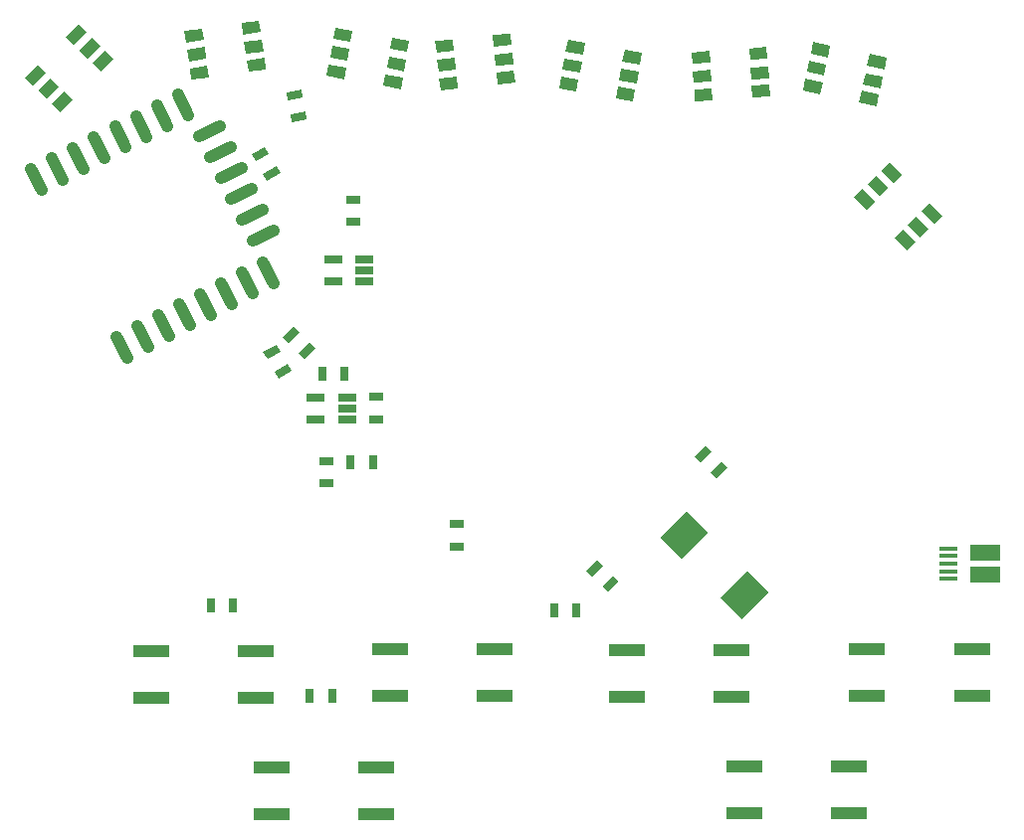
<source format=gtp>
G04 #@! TF.FileFunction,Paste,Top*
%FSLAX46Y46*%
G04 Gerber Fmt 4.6, Leading zero omitted, Abs format (unit mm)*
G04 Created by KiCad (PCBNEW 4.0.7-e2-6376~58~ubuntu16.04.1) date Wed Apr 11 02:03:13 2018*
%MOMM*%
%LPD*%
G01*
G04 APERTURE LIST*
%ADD10C,0.100000*%
%ADD11R,0.700000X1.300000*%
%ADD12R,1.300000X0.700000*%
%ADD13C,1.000000*%
%ADD14R,1.560000X0.650000*%
%ADD15R,3.100000X1.000000*%
%ADD16R,1.650000X0.400000*%
%ADD17R,2.500000X1.430000*%
G04 APERTURE END LIST*
D10*
D11*
X116590000Y-62410000D03*
X118490000Y-62410000D03*
D10*
G36*
X113261142Y-59280381D02*
X114180381Y-58361142D01*
X114675356Y-58856117D01*
X113756117Y-59775356D01*
X113261142Y-59280381D01*
X113261142Y-59280381D01*
G37*
G36*
X114604644Y-60623883D02*
X115523883Y-59704644D01*
X116018858Y-60199619D01*
X115099619Y-61118858D01*
X114604644Y-60623883D01*
X114604644Y-60623883D01*
G37*
D11*
X119020000Y-70000000D03*
X120920000Y-70000000D03*
D12*
X121170000Y-64400000D03*
X121170000Y-66300000D03*
D10*
G36*
X113032917Y-45340833D02*
X111907083Y-45990833D01*
X111557083Y-45384615D01*
X112682917Y-44734615D01*
X113032917Y-45340833D01*
X113032917Y-45340833D01*
G37*
G36*
X112082917Y-43695385D02*
X110957083Y-44345385D01*
X110607083Y-43739167D01*
X111732917Y-43089167D01*
X112082917Y-43695385D01*
X112082917Y-43695385D01*
G37*
D12*
X119220000Y-49510000D03*
X119220000Y-47610000D03*
D13*
X100012894Y-61041031D02*
X99104914Y-59259017D01*
X101794907Y-60133050D02*
X100886927Y-58351036D01*
X103576921Y-59225069D02*
X102668941Y-57443055D01*
X105358934Y-58317088D02*
X104450954Y-56535074D01*
X107140947Y-57409107D02*
X106232967Y-55627093D01*
X108922960Y-56501126D02*
X108014980Y-54719112D01*
X110704973Y-55593145D02*
X109796993Y-53811131D01*
X112486986Y-54685164D02*
X111579006Y-52903150D01*
X112453038Y-50213157D02*
X110671024Y-51121137D01*
X111545057Y-48431144D02*
X109763043Y-49339124D01*
X110637076Y-46649131D02*
X108855062Y-47557111D01*
X109729095Y-44867117D02*
X107947081Y-45775097D01*
X108821114Y-43085104D02*
X107039100Y-43993084D01*
X107913133Y-41303091D02*
X106131119Y-42211071D01*
X104315158Y-38647045D02*
X105223138Y-40429059D01*
X102533145Y-39555026D02*
X103441125Y-41337040D01*
X100751132Y-40463007D02*
X101659112Y-42245021D01*
X98969119Y-41370988D02*
X99877099Y-43153002D01*
X97187106Y-42278969D02*
X98095086Y-44060983D01*
X95405093Y-43186950D02*
X96313073Y-44968964D01*
X93623079Y-44094931D02*
X94531059Y-45876945D01*
X91841066Y-45002912D02*
X92749046Y-46784926D01*
D10*
G36*
X114002917Y-62180833D02*
X112877083Y-62830833D01*
X112527083Y-62224615D01*
X113652917Y-61574615D01*
X114002917Y-62180833D01*
X114002917Y-62180833D01*
G37*
G36*
X113052917Y-60535385D02*
X111927083Y-61185385D01*
X111577083Y-60579167D01*
X112702917Y-59929167D01*
X113052917Y-60535385D01*
X113052917Y-60535385D01*
G37*
G36*
X115275868Y-40787378D02*
X113995618Y-41013121D01*
X113874064Y-40323756D01*
X115154314Y-40098013D01*
X115275868Y-40787378D01*
X115275868Y-40787378D01*
G37*
G36*
X114945936Y-38916244D02*
X113665686Y-39141987D01*
X113544132Y-38452622D01*
X114824382Y-38226879D01*
X114945936Y-38916244D01*
X114945936Y-38916244D01*
G37*
D11*
X136320000Y-82600000D03*
X138220000Y-82600000D03*
D12*
X116960000Y-69840000D03*
X116960000Y-71740000D03*
X128020000Y-77150000D03*
X128020000Y-75250000D03*
D14*
X118720000Y-66320000D03*
X118720000Y-65370000D03*
X118720000Y-64420000D03*
X116020000Y-64420000D03*
X116020000Y-66320000D03*
X120210000Y-54590000D03*
X120210000Y-53640000D03*
X120210000Y-52690000D03*
X117510000Y-52690000D03*
X117510000Y-54590000D03*
D10*
G36*
X98100559Y-34905076D02*
X98807665Y-35612182D01*
X97747005Y-36672842D01*
X97039899Y-35965736D01*
X98100559Y-34905076D01*
X98100559Y-34905076D01*
G37*
G36*
X97004544Y-33809061D02*
X97711650Y-34516167D01*
X96650990Y-35576827D01*
X95943884Y-34869721D01*
X97004544Y-33809061D01*
X97004544Y-33809061D01*
G37*
G36*
X95837818Y-32642335D02*
X96544924Y-33349441D01*
X95484264Y-34410101D01*
X94777158Y-33702995D01*
X95837818Y-32642335D01*
X95837818Y-32642335D01*
G37*
G36*
X92372995Y-36107158D02*
X93080101Y-36814264D01*
X92019441Y-37874924D01*
X91312335Y-37167818D01*
X92372995Y-36107158D01*
X92372995Y-36107158D01*
G37*
G36*
X93504365Y-37238529D02*
X94211471Y-37945635D01*
X93150811Y-39006295D01*
X92443705Y-38299189D01*
X93504365Y-37238529D01*
X93504365Y-37238529D01*
G37*
G36*
X94635736Y-38369899D02*
X95342842Y-39077005D01*
X94282182Y-40137665D01*
X93575076Y-39430559D01*
X94635736Y-38369899D01*
X94635736Y-38369899D01*
G37*
G36*
X111671949Y-35513941D02*
X111811122Y-36504209D01*
X110325719Y-36712969D01*
X110186546Y-35722701D01*
X111671949Y-35513941D01*
X111671949Y-35513941D01*
G37*
G36*
X111456230Y-33979025D02*
X111595403Y-34969293D01*
X110110000Y-35178053D01*
X109970827Y-34187785D01*
X111456230Y-33979025D01*
X111456230Y-33979025D01*
G37*
G36*
X111226595Y-32345083D02*
X111365768Y-33335351D01*
X109880365Y-33544111D01*
X109741192Y-32553843D01*
X111226595Y-32345083D01*
X111226595Y-32345083D01*
G37*
G36*
X106374281Y-33027031D02*
X106513454Y-34017299D01*
X105028051Y-34226059D01*
X104888878Y-33235791D01*
X106374281Y-33027031D01*
X106374281Y-33027031D01*
G37*
G36*
X106596958Y-34611460D02*
X106736131Y-35601728D01*
X105250728Y-35810488D01*
X105111555Y-34820220D01*
X106596958Y-34611460D01*
X106596958Y-34611460D01*
G37*
G36*
X106819635Y-36195889D02*
X106958808Y-37186157D01*
X105473405Y-37394917D01*
X105334232Y-36404649D01*
X106819635Y-36195889D01*
X106819635Y-36195889D01*
G37*
G36*
X123470372Y-37188962D02*
X123296724Y-38173770D01*
X121819512Y-37913298D01*
X121993160Y-36928490D01*
X123470372Y-37188962D01*
X123470372Y-37188962D01*
G37*
G36*
X123739527Y-35662510D02*
X123565879Y-36647318D01*
X122088667Y-36386846D01*
X122262315Y-35402038D01*
X123739527Y-35662510D01*
X123739527Y-35662510D01*
G37*
G36*
X124026046Y-34037578D02*
X123852398Y-35022386D01*
X122375186Y-34761914D01*
X122548834Y-33777106D01*
X124026046Y-34037578D01*
X124026046Y-34037578D01*
G37*
G36*
X119200488Y-33186702D02*
X119026840Y-34171510D01*
X117549628Y-33911038D01*
X117723276Y-32926230D01*
X119200488Y-33186702D01*
X119200488Y-33186702D01*
G37*
G36*
X118922651Y-34762394D02*
X118749003Y-35747202D01*
X117271791Y-35486730D01*
X117445439Y-34501922D01*
X118922651Y-34762394D01*
X118922651Y-34762394D01*
G37*
G36*
X118644814Y-36338086D02*
X118471166Y-37322894D01*
X116993954Y-37062422D01*
X117167602Y-36077614D01*
X118644814Y-36338086D01*
X118644814Y-36338086D01*
G37*
G36*
X132917451Y-36609483D02*
X133021980Y-37604005D01*
X131530197Y-37760797D01*
X131425668Y-36766275D01*
X132917451Y-36609483D01*
X132917451Y-36609483D01*
G37*
G36*
X132755432Y-35067974D02*
X132859961Y-36062496D01*
X131368178Y-36219288D01*
X131263649Y-35224766D01*
X132755432Y-35067974D01*
X132755432Y-35067974D01*
G37*
G36*
X132582960Y-33427013D02*
X132687489Y-34421535D01*
X131195706Y-34578327D01*
X131091177Y-33583805D01*
X132582960Y-33427013D01*
X132582960Y-33427013D01*
G37*
G36*
X127709803Y-33939203D02*
X127814332Y-34933725D01*
X126322549Y-35090517D01*
X126218020Y-34095995D01*
X127709803Y-33939203D01*
X127709803Y-33939203D01*
G37*
G36*
X127877048Y-35530438D02*
X127981577Y-36524960D01*
X126489794Y-36681752D01*
X126385265Y-35687230D01*
X127877048Y-35530438D01*
X127877048Y-35530438D01*
G37*
G36*
X128044294Y-37121673D02*
X128148823Y-38116195D01*
X126657040Y-38272987D01*
X126552511Y-37278465D01*
X128044294Y-37121673D01*
X128044294Y-37121673D01*
G37*
G36*
X143240372Y-38248962D02*
X143066724Y-39233770D01*
X141589512Y-38973298D01*
X141763160Y-37988490D01*
X143240372Y-38248962D01*
X143240372Y-38248962D01*
G37*
G36*
X143509527Y-36722510D02*
X143335879Y-37707318D01*
X141858667Y-37446846D01*
X142032315Y-36462038D01*
X143509527Y-36722510D01*
X143509527Y-36722510D01*
G37*
G36*
X143796046Y-35097578D02*
X143622398Y-36082386D01*
X142145186Y-35821914D01*
X142318834Y-34837106D01*
X143796046Y-35097578D01*
X143796046Y-35097578D01*
G37*
G36*
X138970488Y-34246702D02*
X138796840Y-35231510D01*
X137319628Y-34971038D01*
X137493276Y-33986230D01*
X138970488Y-34246702D01*
X138970488Y-34246702D01*
G37*
G36*
X138692651Y-35822394D02*
X138519003Y-36807202D01*
X137041791Y-36546730D01*
X137215439Y-35561922D01*
X138692651Y-35822394D01*
X138692651Y-35822394D01*
G37*
G36*
X138414814Y-37398086D02*
X138241166Y-38382894D01*
X136763954Y-38122422D01*
X136937602Y-37137614D01*
X138414814Y-37398086D01*
X138414814Y-37398086D01*
G37*
G36*
X154638937Y-37794100D02*
X154708693Y-38791664D01*
X153212347Y-38896298D01*
X153142591Y-37898734D01*
X154638937Y-37794100D01*
X154638937Y-37794100D01*
G37*
G36*
X154530815Y-36247876D02*
X154600571Y-37245440D01*
X153104225Y-37350074D01*
X153034469Y-36352510D01*
X154530815Y-36247876D01*
X154530815Y-36247876D01*
G37*
G36*
X154415717Y-34601895D02*
X154485473Y-35599459D01*
X152989127Y-35704093D01*
X152919371Y-34706529D01*
X154415717Y-34601895D01*
X154415717Y-34601895D01*
G37*
G36*
X149527653Y-34943702D02*
X149597409Y-35941266D01*
X148101063Y-36045900D01*
X148031307Y-35048336D01*
X149527653Y-34943702D01*
X149527653Y-34943702D01*
G37*
G36*
X149639263Y-36539804D02*
X149709019Y-37537368D01*
X148212673Y-37642002D01*
X148142917Y-36644438D01*
X149639263Y-36539804D01*
X149639263Y-36539804D01*
G37*
G36*
X149750873Y-38135907D02*
X149820629Y-39133471D01*
X148324283Y-39238105D01*
X148254527Y-38240541D01*
X149750873Y-38135907D01*
X149750873Y-38135907D01*
G37*
G36*
X163961370Y-38646280D02*
X163753458Y-39624428D01*
X162286236Y-39312560D01*
X162494148Y-38334412D01*
X163961370Y-38646280D01*
X163961370Y-38646280D01*
G37*
G36*
X164283633Y-37130151D02*
X164075721Y-38108299D01*
X162608499Y-37796431D01*
X162816411Y-36818283D01*
X164283633Y-37130151D01*
X164283633Y-37130151D01*
G37*
G36*
X164626687Y-35516207D02*
X164418775Y-36494355D01*
X162951553Y-36182487D01*
X163159465Y-35204339D01*
X164626687Y-35516207D01*
X164626687Y-35516207D01*
G37*
G36*
X159833764Y-34497440D02*
X159625852Y-35475588D01*
X158158630Y-35163720D01*
X158366542Y-34185572D01*
X159833764Y-34497440D01*
X159833764Y-34497440D01*
G37*
G36*
X159501105Y-36062476D02*
X159293193Y-37040624D01*
X157825971Y-36728756D01*
X158033883Y-35750608D01*
X159501105Y-36062476D01*
X159501105Y-36062476D01*
G37*
G36*
X159168447Y-37627513D02*
X158960535Y-38605661D01*
X157493313Y-38293793D01*
X157701225Y-37315645D01*
X159168447Y-37627513D01*
X159168447Y-37627513D01*
G37*
G36*
X167104924Y-51200559D02*
X166397818Y-51907665D01*
X165337158Y-50847005D01*
X166044264Y-50139899D01*
X167104924Y-51200559D01*
X167104924Y-51200559D01*
G37*
G36*
X168200939Y-50104544D02*
X167493833Y-50811650D01*
X166433173Y-49750990D01*
X167140279Y-49043884D01*
X168200939Y-50104544D01*
X168200939Y-50104544D01*
G37*
G36*
X169367665Y-48937818D02*
X168660559Y-49644924D01*
X167599899Y-48584264D01*
X168307005Y-47877158D01*
X169367665Y-48937818D01*
X169367665Y-48937818D01*
G37*
G36*
X165902842Y-45472995D02*
X165195736Y-46180101D01*
X164135076Y-45119441D01*
X164842182Y-44412335D01*
X165902842Y-45472995D01*
X165902842Y-45472995D01*
G37*
G36*
X164771471Y-46604365D02*
X164064365Y-47311471D01*
X163003705Y-46250811D01*
X163710811Y-45543705D01*
X164771471Y-46604365D01*
X164771471Y-46604365D01*
G37*
G36*
X163640101Y-47735736D02*
X162932995Y-48442842D01*
X161872335Y-47382182D01*
X162579441Y-46675076D01*
X163640101Y-47735736D01*
X163640101Y-47735736D01*
G37*
D15*
X102055000Y-86040000D03*
X102055000Y-90040000D03*
X110965000Y-90040000D03*
X110965000Y-86040000D03*
X112275000Y-95930000D03*
X112275000Y-99930000D03*
X121185000Y-99930000D03*
X121185000Y-95930000D03*
X122335000Y-85870000D03*
X122335000Y-89870000D03*
X131245000Y-89870000D03*
X131245000Y-85870000D03*
X142535000Y-85930000D03*
X142535000Y-89930000D03*
X151445000Y-89930000D03*
X151445000Y-85930000D03*
X162955000Y-85860000D03*
X162955000Y-89860000D03*
X171865000Y-89860000D03*
X171865000Y-85860000D03*
X152515000Y-95840000D03*
X152515000Y-99840000D03*
X161425000Y-99840000D03*
X161425000Y-95840000D03*
D16*
X169860000Y-79900000D03*
X169860000Y-79250000D03*
X169860000Y-78600000D03*
X169860000Y-77950000D03*
X169860000Y-77300000D03*
D17*
X172980000Y-79560000D03*
X172980000Y-77640000D03*
D10*
G36*
X150474974Y-81467716D02*
X152737716Y-79204974D01*
X154576194Y-81043452D01*
X152313452Y-83306194D01*
X150474974Y-81467716D01*
X150474974Y-81467716D01*
G37*
G36*
X145383806Y-76376548D02*
X147646548Y-74113806D01*
X149485026Y-75952284D01*
X147222284Y-78215026D01*
X145383806Y-76376548D01*
X145383806Y-76376548D01*
G37*
G36*
X148281142Y-69450381D02*
X149200381Y-68531142D01*
X149695356Y-69026117D01*
X148776117Y-69945356D01*
X148281142Y-69450381D01*
X148281142Y-69450381D01*
G37*
G36*
X149624644Y-70793883D02*
X150543883Y-69874644D01*
X151038858Y-70369619D01*
X150119619Y-71288858D01*
X149624644Y-70793883D01*
X149624644Y-70793883D01*
G37*
D11*
X107120000Y-82140000D03*
X109020000Y-82140000D03*
X115560000Y-89840000D03*
X117460000Y-89840000D03*
D10*
G36*
X141808858Y-80089619D02*
X140889619Y-81008858D01*
X140394644Y-80513883D01*
X141313883Y-79594644D01*
X141808858Y-80089619D01*
X141808858Y-80089619D01*
G37*
G36*
X140465356Y-78746117D02*
X139546117Y-79665356D01*
X139051142Y-79170381D01*
X139970381Y-78251142D01*
X140465356Y-78746117D01*
X140465356Y-78746117D01*
G37*
M02*

</source>
